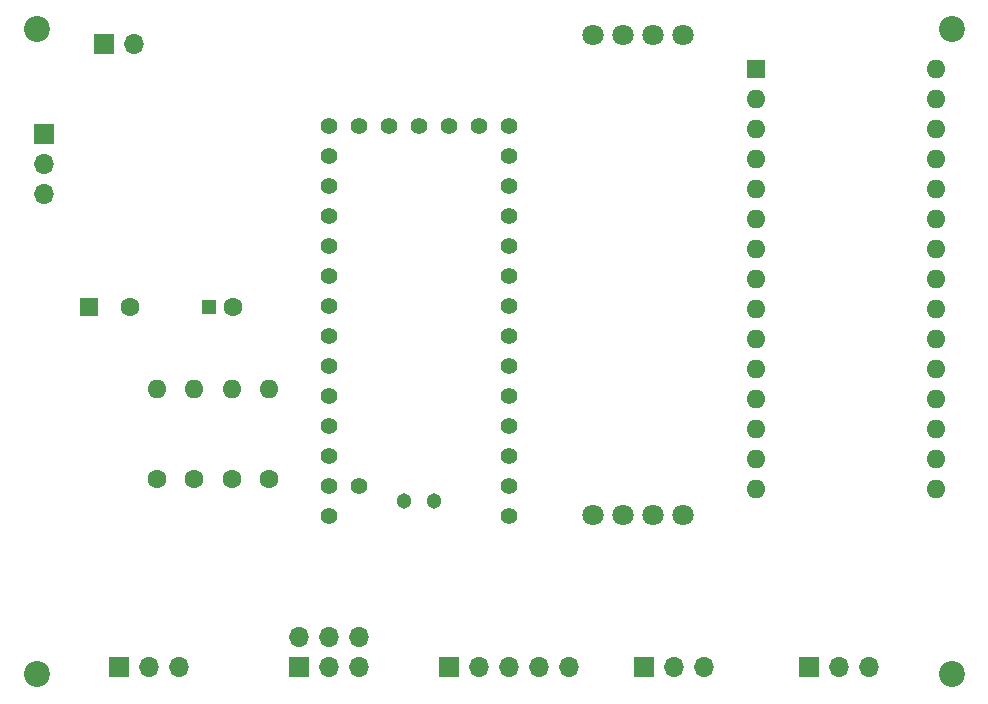
<source format=gbr>
%TF.GenerationSoftware,KiCad,Pcbnew,5.1.10*%
%TF.CreationDate,2021-07-23T12:05:05+02:00*%
%TF.ProjectId,kicad,6b696361-642e-46b6-9963-61645f706362,rev?*%
%TF.SameCoordinates,Original*%
%TF.FileFunction,Soldermask,Bot*%
%TF.FilePolarity,Negative*%
%FSLAX46Y46*%
G04 Gerber Fmt 4.6, Leading zero omitted, Abs format (unit mm)*
G04 Created by KiCad (PCBNEW 5.1.10) date 2021-07-23 12:05:05*
%MOMM*%
%LPD*%
G01*
G04 APERTURE LIST*
%ADD10C,2.200000*%
%ADD11C,1.404000*%
%ADD12C,1.304000*%
%ADD13O,1.600000X1.600000*%
%ADD14C,1.600000*%
%ADD15O,1.700000X1.700000*%
%ADD16R,1.700000X1.700000*%
%ADD17C,1.800000*%
%ADD18R,1.300000X1.300000*%
%ADD19R,1.600000X1.600000*%
G04 APERTURE END LIST*
D10*
%TO.C,REF\u002A\u002A*%
X127635000Y-26035000D03*
%TD*%
%TO.C,REF\u002A\u002A*%
X127635000Y-80645000D03*
%TD*%
%TO.C,REF\u002A\u002A*%
X205105000Y-80645000D03*
%TD*%
%TO.C,REF\u002A\u002A*%
X205105000Y-26035000D03*
%TD*%
D11*
%TO.C,U1*%
X167640000Y-36773400D03*
X152400000Y-67253400D03*
X154940000Y-64713400D03*
X152400000Y-64713400D03*
X152400000Y-62173400D03*
X152400000Y-59633400D03*
X152400000Y-57093400D03*
X152400000Y-54553400D03*
X152400000Y-52013400D03*
X152400000Y-49473400D03*
X152400000Y-46933400D03*
X152400000Y-44393400D03*
X152400000Y-41853400D03*
X152400000Y-39313400D03*
X152400000Y-36773400D03*
X152400000Y-34233400D03*
X154940000Y-34233400D03*
X157480000Y-34233400D03*
X160020000Y-34233400D03*
X162560000Y-34233400D03*
X165100000Y-34233400D03*
X167640000Y-34233400D03*
X167640000Y-39313400D03*
X167640000Y-41853400D03*
X167640000Y-44393400D03*
X167640000Y-46933400D03*
X167640000Y-49473400D03*
X167640000Y-52013400D03*
X167640000Y-54553400D03*
X167640000Y-57093400D03*
X167640000Y-59633400D03*
X167640000Y-62173400D03*
D12*
X161290000Y-65983400D03*
X158750000Y-65983400D03*
D11*
X167640000Y-64713400D03*
X167640000Y-67253400D03*
%TD*%
D13*
%TO.C,R4*%
X147320000Y-56515000D03*
D14*
X147320000Y-64135000D03*
%TD*%
D13*
%TO.C,R3*%
X144145000Y-56515000D03*
D14*
X144145000Y-64135000D03*
%TD*%
D13*
%TO.C,R2*%
X140970000Y-56515000D03*
D14*
X140970000Y-64135000D03*
%TD*%
D13*
%TO.C,R1*%
X137795000Y-56515000D03*
D14*
X137795000Y-64135000D03*
%TD*%
D15*
%TO.C,SW2*%
X154940000Y-77470000D03*
X154940000Y-80010000D03*
X152400000Y-77470000D03*
X152400000Y-80010000D03*
X149860000Y-77470000D03*
D16*
X149860000Y-80010000D03*
%TD*%
D15*
%TO.C,RV1*%
X139700000Y-80010000D03*
X137160000Y-80010000D03*
D16*
X134620000Y-80010000D03*
%TD*%
D15*
%TO.C,J5*%
X184150000Y-80010000D03*
X181610000Y-80010000D03*
D16*
X179070000Y-80010000D03*
%TD*%
D15*
%TO.C,J4*%
X198120000Y-80010000D03*
X195580000Y-80010000D03*
D16*
X193040000Y-80010000D03*
%TD*%
D15*
%TO.C,J3*%
X135890000Y-27305000D03*
D16*
X133350000Y-27305000D03*
%TD*%
D15*
%TO.C,J2*%
X128270000Y-40005000D03*
X128270000Y-37465000D03*
D16*
X128270000Y-34925000D03*
%TD*%
D15*
%TO.C,J1*%
X172720000Y-80010000D03*
X170180000Y-80010000D03*
X167640000Y-80010000D03*
X165100000Y-80010000D03*
D16*
X162560000Y-80010000D03*
%TD*%
D17*
%TO.C,U4*%
X182340000Y-67185000D03*
X182340000Y-26545000D03*
X179800000Y-67185000D03*
X179800000Y-26545000D03*
X177260000Y-67185000D03*
X177260000Y-26545000D03*
X174720000Y-67185000D03*
X174720000Y-26545000D03*
%TD*%
D18*
%TO.C,C2*%
X142240000Y-49530000D03*
D14*
X144240000Y-49530000D03*
%TD*%
%TO.C,C1*%
X135580000Y-49530000D03*
D19*
X132080000Y-49530000D03*
%TD*%
D13*
%TO.C,A1*%
X203770000Y-64925000D03*
X188530000Y-64925000D03*
X203770000Y-29365000D03*
X188530000Y-62385000D03*
X203770000Y-31905000D03*
X188530000Y-59845000D03*
X203770000Y-34445000D03*
X188530000Y-57305000D03*
X203770000Y-36985000D03*
X188530000Y-54765000D03*
X203770000Y-39525000D03*
X188530000Y-52225000D03*
X203770000Y-42065000D03*
X188530000Y-49685000D03*
X203770000Y-44605000D03*
X188530000Y-47145000D03*
X203770000Y-47145000D03*
X188530000Y-44605000D03*
X203770000Y-49685000D03*
X188530000Y-42065000D03*
X203770000Y-52225000D03*
X188530000Y-39525000D03*
X203770000Y-54765000D03*
X188530000Y-36985000D03*
X203770000Y-57305000D03*
X188530000Y-34445000D03*
X203770000Y-59845000D03*
X188530000Y-31905000D03*
X203770000Y-62385000D03*
D19*
X188530000Y-29365000D03*
%TD*%
M02*

</source>
